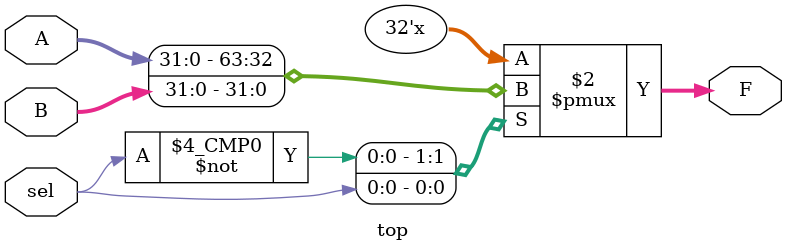
<source format=v>
`timescale 1ns / 1ps


module top(F, A, B, sel);
input   [31:0]  A, B;
input   sel;
output  [31:0]  F;
reg [31:0]  F;

always  @(A, B, sel)    begin
    case    (sel)
        1'b0:   F = A;
        1'b1:   F = B;
        default F = 0;
    endcase
end
endmodule

</source>
